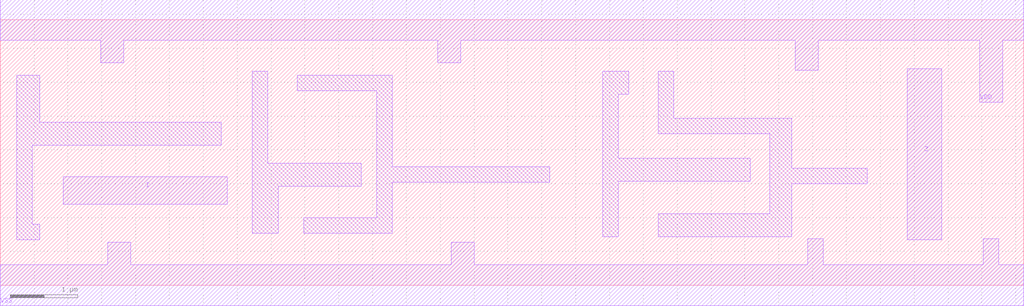
<source format=lef>
# Copyright 2022 GlobalFoundries PDK Authors
#
# Licensed under the Apache License, Version 2.0 (the "License");
# you may not use this file except in compliance with the License.
# You may obtain a copy of the License at
#
#      http://www.apache.org/licenses/LICENSE-2.0
#
# Unless required by applicable law or agreed to in writing, software
# distributed under the License is distributed on an "AS IS" BASIS,
# WITHOUT WARRANTIES OR CONDITIONS OF ANY KIND, either express or implied.
# See the License for the specific language governing permissions and
# limitations under the License.

MACRO gf180mcu_fd_sc_mcu7t5v0__dlyc_2
  CLASS core ;
  FOREIGN gf180mcu_fd_sc_mcu7t5v0__dlyc_2 0.0 0.0 ;
  ORIGIN 0 0 ;
  SYMMETRY X Y ;
  SITE GF018hv5v_mcu_sc7 ;
  SIZE 15.12 BY 3.92 ;
  PIN I
    DIRECTION INPUT ;
    ANTENNAGATEAREA 0.396 ;
    PORT
      LAYER METAL1 ;
        POLYGON 0.93 1.2 3.35 1.2 3.35 1.6 0.93 1.6  ;
    END
  END I
  PIN Z
    DIRECTION OUTPUT ;
    ANTENNADIFFAREA 1.2817 ;
    PORT
      LAYER METAL1 ;
        POLYGON 13.395 0.675 13.91 0.675 13.91 3.195 13.395 3.195  ;
    END
  END Z
  PIN VDD
    DIRECTION INOUT ;
    USE power ;
    SHAPE ABUTMENT ;
    PORT
      LAYER METAL1 ;
        POLYGON 0 3.62 1.485 3.62 1.485 3.285 1.825 3.285 1.825 3.62 3.265 3.62 6.465 3.62 6.465 3.285 6.805 3.285 6.805 3.62 8.115 3.62 11.745 3.62 11.745 3.175 12.085 3.175 12.085 3.62 12.81 3.62 14.465 3.62 14.465 2.705 14.805 2.705 14.805 3.62 15.12 3.62 15.12 4.22 12.81 4.22 8.115 4.22 3.265 4.22 0 4.22  ;
    END
  END VDD
  PIN VSS
    DIRECTION INOUT ;
    USE ground ;
    SHAPE ABUTMENT ;
    PORT
      LAYER METAL1 ;
        POLYGON 0 -0.3 15.12 -0.3 15.12 0.3 14.75 0.3 14.75 0.69 14.52 0.69 14.52 0.3 12.155 0.3 12.155 0.69 11.925 0.69 11.925 0.3 7.005 0.3 7.005 0.635 6.665 0.635 6.665 0.3 1.925 0.3 1.925 0.635 1.585 0.635 1.585 0.3 0 0.3  ;
    END
  END VSS
  OBS
      LAYER METAL1 ;
        POLYGON 0.475 2.065 3.265 2.065 3.265 2.405 0.585 2.405 0.585 3.105 0.245 3.105 0.245 0.67 0.585 0.67 0.585 0.9 0.475 0.9  ;
        POLYGON 3.72 0.77 4.105 0.77 4.105 1.465 5.33 1.465 5.33 1.805 3.95 1.805 3.95 3.16 3.72 3.16  ;
        POLYGON 4.385 2.875 5.56 2.875 5.56 1 4.485 1 4.485 0.77 5.79 0.77 5.79 1.52 8.115 1.52 8.115 1.75 5.79 1.75 5.79 3.105 4.385 3.105  ;
        POLYGON 8.9 0.715 9.13 0.715 9.13 1.535 11.08 1.535 11.08 1.875 9.13 1.875 9.13 2.82 9.285 2.82 9.285 3.16 8.9 3.16  ;
        POLYGON 9.72 2.235 11.37 2.235 11.37 1.055 9.72 1.055 9.72 0.715 11.69 0.715 11.69 1.5 12.81 1.5 12.81 1.73 11.69 1.73 11.69 2.465 9.95 2.465 9.95 3.16 9.72 3.16  ;
  END
END gf180mcu_fd_sc_mcu7t5v0__dlyc_2

</source>
